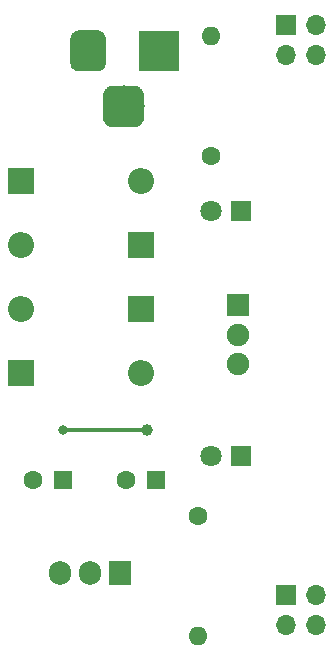
<source format=gtl>
G04 #@! TF.GenerationSoftware,KiCad,Pcbnew,(5.1.4)-1*
G04 #@! TF.CreationDate,2019-11-08T15:33:28+07:00*
G04 #@! TF.ProjectId,PowerForBreadboard,506f7765-7246-46f7-9242-72656164626f,rev?*
G04 #@! TF.SameCoordinates,Original*
G04 #@! TF.FileFunction,Copper,L1,Top*
G04 #@! TF.FilePolarity,Positive*
%FSLAX46Y46*%
G04 Gerber Fmt 4.6, Leading zero omitted, Abs format (unit mm)*
G04 Created by KiCad (PCBNEW (5.1.4)-1) date 2019-11-08 15:33:28*
%MOMM*%
%LPD*%
G04 APERTURE LIST*
%ADD10R,1.600000X1.600000*%
%ADD11C,1.600000*%
%ADD12R,2.200000X2.200000*%
%ADD13O,2.200000X2.200000*%
%ADD14R,3.500000X3.500000*%
%ADD15C,0.100000*%
%ADD16C,3.000000*%
%ADD17C,3.500000*%
%ADD18O,1.700000X1.700000*%
%ADD19R,1.700000X1.700000*%
%ADD20R,1.905000X2.000000*%
%ADD21O,1.905000X2.000000*%
%ADD22R,1.900000X1.900000*%
%ADD23C,1.900000*%
%ADD24C,1.800000*%
%ADD25R,1.800000X1.800000*%
%ADD26O,1.600000X1.600000*%
%ADD27C,1.000000*%
%ADD28C,0.800000*%
%ADD29C,0.300000*%
G04 APERTURE END LIST*
D10*
X146939000Y-108331000D03*
D11*
X144439000Y-108331000D03*
X136565000Y-108331000D03*
D10*
X139065000Y-108331000D03*
D12*
X135509000Y-83058000D03*
D13*
X145669000Y-83058000D03*
X135509000Y-88476666D03*
D12*
X145669000Y-88476666D03*
D13*
X145669000Y-99314000D03*
D12*
X135509000Y-99314000D03*
X145669000Y-93895332D03*
D13*
X135509000Y-93895332D03*
D14*
X147193000Y-72009000D03*
D15*
G36*
X142016513Y-70262611D02*
G01*
X142089318Y-70273411D01*
X142160714Y-70291295D01*
X142230013Y-70316090D01*
X142296548Y-70347559D01*
X142359678Y-70385398D01*
X142418795Y-70429242D01*
X142473330Y-70478670D01*
X142522758Y-70533205D01*
X142566602Y-70592322D01*
X142604441Y-70655452D01*
X142635910Y-70721987D01*
X142660705Y-70791286D01*
X142678589Y-70862682D01*
X142689389Y-70935487D01*
X142693000Y-71009000D01*
X142693000Y-73009000D01*
X142689389Y-73082513D01*
X142678589Y-73155318D01*
X142660705Y-73226714D01*
X142635910Y-73296013D01*
X142604441Y-73362548D01*
X142566602Y-73425678D01*
X142522758Y-73484795D01*
X142473330Y-73539330D01*
X142418795Y-73588758D01*
X142359678Y-73632602D01*
X142296548Y-73670441D01*
X142230013Y-73701910D01*
X142160714Y-73726705D01*
X142089318Y-73744589D01*
X142016513Y-73755389D01*
X141943000Y-73759000D01*
X140443000Y-73759000D01*
X140369487Y-73755389D01*
X140296682Y-73744589D01*
X140225286Y-73726705D01*
X140155987Y-73701910D01*
X140089452Y-73670441D01*
X140026322Y-73632602D01*
X139967205Y-73588758D01*
X139912670Y-73539330D01*
X139863242Y-73484795D01*
X139819398Y-73425678D01*
X139781559Y-73362548D01*
X139750090Y-73296013D01*
X139725295Y-73226714D01*
X139707411Y-73155318D01*
X139696611Y-73082513D01*
X139693000Y-73009000D01*
X139693000Y-71009000D01*
X139696611Y-70935487D01*
X139707411Y-70862682D01*
X139725295Y-70791286D01*
X139750090Y-70721987D01*
X139781559Y-70655452D01*
X139819398Y-70592322D01*
X139863242Y-70533205D01*
X139912670Y-70478670D01*
X139967205Y-70429242D01*
X140026322Y-70385398D01*
X140089452Y-70347559D01*
X140155987Y-70316090D01*
X140225286Y-70291295D01*
X140296682Y-70273411D01*
X140369487Y-70262611D01*
X140443000Y-70259000D01*
X141943000Y-70259000D01*
X142016513Y-70262611D01*
X142016513Y-70262611D01*
G37*
D16*
X141193000Y-72009000D03*
D15*
G36*
X145153765Y-74963213D02*
G01*
X145238704Y-74975813D01*
X145321999Y-74996677D01*
X145402848Y-75025605D01*
X145480472Y-75062319D01*
X145554124Y-75106464D01*
X145623094Y-75157616D01*
X145686718Y-75215282D01*
X145744384Y-75278906D01*
X145795536Y-75347876D01*
X145839681Y-75421528D01*
X145876395Y-75499152D01*
X145905323Y-75580001D01*
X145926187Y-75663296D01*
X145938787Y-75748235D01*
X145943000Y-75834000D01*
X145943000Y-77584000D01*
X145938787Y-77669765D01*
X145926187Y-77754704D01*
X145905323Y-77837999D01*
X145876395Y-77918848D01*
X145839681Y-77996472D01*
X145795536Y-78070124D01*
X145744384Y-78139094D01*
X145686718Y-78202718D01*
X145623094Y-78260384D01*
X145554124Y-78311536D01*
X145480472Y-78355681D01*
X145402848Y-78392395D01*
X145321999Y-78421323D01*
X145238704Y-78442187D01*
X145153765Y-78454787D01*
X145068000Y-78459000D01*
X143318000Y-78459000D01*
X143232235Y-78454787D01*
X143147296Y-78442187D01*
X143064001Y-78421323D01*
X142983152Y-78392395D01*
X142905528Y-78355681D01*
X142831876Y-78311536D01*
X142762906Y-78260384D01*
X142699282Y-78202718D01*
X142641616Y-78139094D01*
X142590464Y-78070124D01*
X142546319Y-77996472D01*
X142509605Y-77918848D01*
X142480677Y-77837999D01*
X142459813Y-77754704D01*
X142447213Y-77669765D01*
X142443000Y-77584000D01*
X142443000Y-75834000D01*
X142447213Y-75748235D01*
X142459813Y-75663296D01*
X142480677Y-75580001D01*
X142509605Y-75499152D01*
X142546319Y-75421528D01*
X142590464Y-75347876D01*
X142641616Y-75278906D01*
X142699282Y-75215282D01*
X142762906Y-75157616D01*
X142831876Y-75106464D01*
X142905528Y-75062319D01*
X142983152Y-75025605D01*
X143064001Y-74996677D01*
X143147296Y-74975813D01*
X143232235Y-74963213D01*
X143318000Y-74959000D01*
X145068000Y-74959000D01*
X145153765Y-74963213D01*
X145153765Y-74963213D01*
G37*
D17*
X144193000Y-76709000D03*
D18*
X160528000Y-72390000D03*
X157988000Y-72390000D03*
X160528000Y-69850000D03*
D19*
X157988000Y-69850000D03*
X157988000Y-118110000D03*
D18*
X160528000Y-118110000D03*
X157988000Y-120650000D03*
X160528000Y-120650000D03*
D20*
X143891000Y-116205000D03*
D21*
X141351000Y-116205000D03*
X138811000Y-116205000D03*
D22*
X153878000Y-93568500D03*
D23*
X153878000Y-96068500D03*
X153878000Y-98568500D03*
D24*
X151638000Y-106299000D03*
D25*
X154178000Y-106299000D03*
X154178000Y-85598000D03*
D24*
X151638000Y-85598000D03*
D26*
X150495000Y-121539000D03*
D11*
X150495000Y-111379000D03*
X151638000Y-80899000D03*
D26*
X151638000Y-70739000D03*
D27*
X146177000Y-104140000D03*
D28*
X139065000Y-104140000D03*
D29*
X146177000Y-104140000D02*
X139065000Y-104140000D01*
X139065000Y-104140000D02*
X139065000Y-104140000D01*
M02*

</source>
